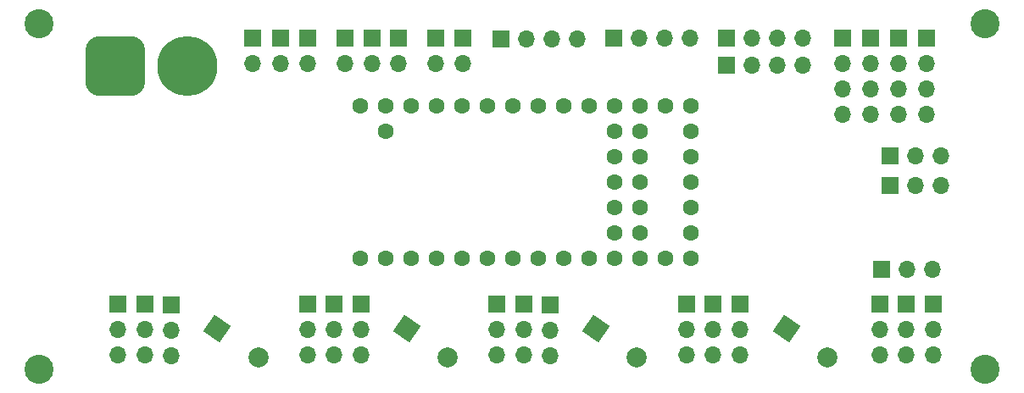
<source format=gbr>
%TF.GenerationSoftware,KiCad,Pcbnew,(6.0.1)*%
%TF.CreationDate,2022-01-24T17:08:06-05:00*%
%TF.ProjectId,zuko-teensy-motor-controller,7a756b6f-2d74-4656-956e-73792d6d6f74,rev?*%
%TF.SameCoordinates,Original*%
%TF.FileFunction,Soldermask,Bot*%
%TF.FilePolarity,Negative*%
%FSLAX46Y46*%
G04 Gerber Fmt 4.6, Leading zero omitted, Abs format (unit mm)*
G04 Created by KiCad (PCBNEW (6.0.1)) date 2022-01-24 17:08:06*
%MOMM*%
%LPD*%
G01*
G04 APERTURE LIST*
G04 Aperture macros list*
%AMRoundRect*
0 Rectangle with rounded corners*
0 $1 Rounding radius*
0 $2 $3 $4 $5 $6 $7 $8 $9 X,Y pos of 4 corners*
0 Add a 4 corners polygon primitive as box body*
4,1,4,$2,$3,$4,$5,$6,$7,$8,$9,$2,$3,0*
0 Add four circle primitives for the rounded corners*
1,1,$1+$1,$2,$3*
1,1,$1+$1,$4,$5*
1,1,$1+$1,$6,$7*
1,1,$1+$1,$8,$9*
0 Add four rect primitives between the rounded corners*
20,1,$1+$1,$2,$3,$4,$5,0*
20,1,$1+$1,$4,$5,$6,$7,0*
20,1,$1+$1,$6,$7,$8,$9,0*
20,1,$1+$1,$8,$9,$2,$3,0*%
%AMRotRect*
0 Rectangle, with rotation*
0 The origin of the aperture is its center*
0 $1 length*
0 $2 width*
0 $3 Rotation angle, in degrees counterclockwise*
0 Add horizontal line*
21,1,$1,$2,0,0,$3*%
G04 Aperture macros list end*
%ADD10R,1.700000X1.700000*%
%ADD11O,1.700000X1.700000*%
%ADD12RoundRect,1.500000X-1.500000X-1.500000X1.500000X-1.500000X1.500000X1.500000X-1.500000X1.500000X0*%
%ADD13C,6.000000*%
%ADD14C,2.900000*%
%ADD15RotRect,2.000000X2.000000X325.000000*%
%ADD16C,2.000000*%
%ADD17C,1.600000*%
G04 APERTURE END LIST*
D10*
%TO.C,JP1*%
X149047402Y-67836800D03*
D11*
X151587402Y-67836800D03*
X154127402Y-67836800D03*
%TD*%
D10*
%TO.C,J29*%
X147932000Y-44800000D03*
D11*
X147932000Y-47340000D03*
X147932000Y-49880000D03*
X147932000Y-52420000D03*
%TD*%
D12*
%TO.C,J4*%
X72500000Y-47580200D03*
D13*
X79700000Y-47580200D03*
%TD*%
D14*
%TO.C,REF\u002A\u002A*%
X159414400Y-43351000D03*
%TD*%
D10*
%TO.C,J9*%
X113299929Y-71375000D03*
D11*
X113299929Y-73915000D03*
X113299929Y-76455000D03*
%TD*%
D10*
%TO.C,J33*%
X111018400Y-44813600D03*
D11*
X113558400Y-44813600D03*
X116098400Y-44813600D03*
X118638400Y-44813600D03*
%TD*%
D10*
%TO.C,J22*%
X154200000Y-71375000D03*
D11*
X154200000Y-73915000D03*
X154200000Y-76455000D03*
%TD*%
D10*
%TO.C,J7*%
X97043929Y-71375000D03*
D11*
X97043929Y-73915000D03*
X97043929Y-76455000D03*
%TD*%
D15*
%TO.C,C2*%
X82698998Y-73779830D03*
D16*
X86794758Y-76647712D03*
%TD*%
D10*
%TO.C,J15*%
X86256800Y-44780000D03*
D11*
X86256800Y-47320000D03*
%TD*%
D10*
%TO.C,J16*%
X100843000Y-44780000D03*
D11*
X100843000Y-47320000D03*
%TD*%
D10*
%TO.C,J30*%
X133600000Y-44800000D03*
D11*
X136140000Y-44800000D03*
X138680000Y-44800000D03*
X141220000Y-44800000D03*
%TD*%
D17*
%TO.C,U2*%
X96954602Y-66799400D03*
X99494602Y-66799400D03*
X102034602Y-66799400D03*
X104574602Y-66799400D03*
X107114602Y-66799400D03*
X109654602Y-66799400D03*
X112194602Y-66799400D03*
X114734602Y-66799400D03*
X117274602Y-66799400D03*
X119814602Y-66799400D03*
X122354602Y-66799400D03*
X124894602Y-66799400D03*
X127434602Y-66799400D03*
X129974602Y-66799400D03*
X129974602Y-64259400D03*
X129974602Y-61719400D03*
X129974602Y-59179400D03*
X129974602Y-56639400D03*
X129974602Y-54099400D03*
X129974602Y-51559400D03*
X127434602Y-51559400D03*
X124894602Y-51559400D03*
X122354602Y-51559400D03*
X119814602Y-51559400D03*
X117274602Y-51559400D03*
X114734602Y-51559400D03*
X112194602Y-51559400D03*
X109654602Y-51559400D03*
X107114602Y-51559400D03*
X104574602Y-51559400D03*
X102034602Y-51559400D03*
X99494602Y-51559400D03*
X96954602Y-51559400D03*
X99494602Y-54099400D03*
X124894602Y-54099400D03*
X122354602Y-54099400D03*
X124894602Y-56639400D03*
X122354602Y-56639400D03*
X124894602Y-59179400D03*
X122354602Y-59179400D03*
X124894602Y-61719400D03*
X122354602Y-61719400D03*
X124894602Y-64259400D03*
X122354602Y-64259400D03*
%TD*%
D10*
%TO.C,J31*%
X150726000Y-44800000D03*
D11*
X150726000Y-47340000D03*
X150726000Y-49880000D03*
X150726000Y-52420000D03*
%TD*%
D10*
%TO.C,J6*%
X94376929Y-71375000D03*
D11*
X94376929Y-73915000D03*
X94376929Y-76455000D03*
%TD*%
D10*
%TO.C,J21*%
X89000000Y-44780000D03*
D11*
X89000000Y-47320000D03*
%TD*%
D10*
%TO.C,J18*%
X151533000Y-71375000D03*
D11*
X151533000Y-73915000D03*
X151533000Y-76455000D03*
%TD*%
D10*
%TO.C,J19*%
X98143000Y-44780000D03*
D11*
X98143000Y-47320000D03*
%TD*%
D10*
%TO.C,J26*%
X149935000Y-56500000D03*
D11*
X152475000Y-56500000D03*
X155015000Y-56500000D03*
%TD*%
D15*
%TO.C,C1*%
X139588934Y-73779830D03*
D16*
X143684694Y-76647712D03*
%TD*%
D10*
%TO.C,J2*%
X75453929Y-71375000D03*
D11*
X75453929Y-73915000D03*
X75453929Y-76455000D03*
%TD*%
D10*
%TO.C,J12*%
X132222929Y-71375000D03*
D11*
X132222929Y-73915000D03*
X132222929Y-76455000D03*
%TD*%
D10*
%TO.C,J14*%
X95443000Y-44780000D03*
D11*
X95443000Y-47320000D03*
%TD*%
D10*
%TO.C,J23*%
X91743200Y-44780000D03*
D11*
X91743200Y-47320000D03*
%TD*%
D10*
%TO.C,J5*%
X91709929Y-71375000D03*
D11*
X91709929Y-73915000D03*
X91709929Y-76455000D03*
%TD*%
D10*
%TO.C,J25*%
X149920000Y-59500000D03*
D11*
X152460000Y-59500000D03*
X155000000Y-59500000D03*
%TD*%
D10*
%TO.C,J10*%
X115966929Y-71390011D03*
D11*
X115966929Y-73930011D03*
X115966929Y-76470011D03*
%TD*%
D14*
%TO.C,REF\u002A\u002A*%
X159414400Y-77851000D03*
%TD*%
D10*
%TO.C,J27*%
X145138000Y-44800000D03*
D11*
X145138000Y-47340000D03*
X145138000Y-49880000D03*
X145138000Y-52420000D03*
%TD*%
D10*
%TO.C,J24*%
X122300000Y-44800000D03*
D11*
X124840000Y-44800000D03*
X127380000Y-44800000D03*
X129920000Y-44800000D03*
%TD*%
D10*
%TO.C,J32*%
X153520000Y-44800000D03*
D11*
X153520000Y-47340000D03*
X153520000Y-49880000D03*
X153520000Y-52420000D03*
%TD*%
D10*
%TO.C,J8*%
X110632929Y-71359989D03*
D11*
X110632929Y-73899989D03*
X110632929Y-76439989D03*
%TD*%
D10*
%TO.C,J28*%
X133600000Y-47490000D03*
D11*
X136140000Y-47490000D03*
X138680000Y-47490000D03*
X141220000Y-47490000D03*
%TD*%
D10*
%TO.C,J1*%
X72786929Y-71375000D03*
D11*
X72786929Y-73915000D03*
X72786929Y-76455000D03*
%TD*%
D10*
%TO.C,J34*%
X107243000Y-44800000D03*
D11*
X107243000Y-47340000D03*
%TD*%
D10*
%TO.C,J17*%
X148866000Y-71375000D03*
D11*
X148866000Y-73915000D03*
X148866000Y-76455000D03*
%TD*%
D15*
%TO.C,C4*%
X101621998Y-73788000D03*
D16*
X105717758Y-76655882D03*
%TD*%
D15*
%TO.C,C3*%
X120538934Y-73779830D03*
D16*
X124634694Y-76647712D03*
%TD*%
D14*
%TO.C,REF\u002A\u002A*%
X64897200Y-77851000D03*
%TD*%
D10*
%TO.C,J20*%
X104543000Y-44775000D03*
D11*
X104543000Y-47315000D03*
%TD*%
D10*
%TO.C,J3*%
X78120929Y-71390011D03*
D11*
X78120929Y-73930011D03*
X78120929Y-76470011D03*
%TD*%
D14*
%TO.C,REF\u002A\u002A*%
X64897200Y-43351000D03*
%TD*%
D10*
%TO.C,J11*%
X129555929Y-71375000D03*
D11*
X129555929Y-73915000D03*
X129555929Y-76455000D03*
%TD*%
D10*
%TO.C,J13*%
X134889929Y-71375000D03*
D11*
X134889929Y-73915000D03*
X134889929Y-76455000D03*
%TD*%
M02*

</source>
